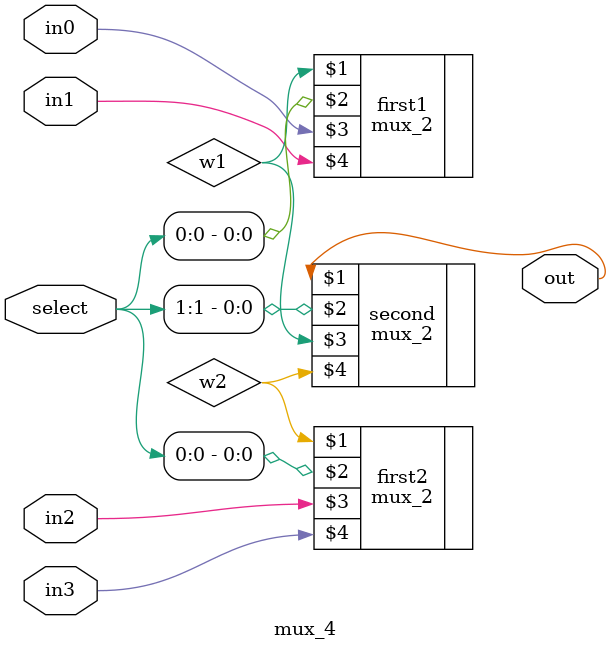
<source format=v>
module mux_4 #(parameter WIDTH=1)(out, select, in0, in1, in2, in3);
    input [1:0] select;
    input [WIDTH-1:0] in0, in1, in2, in3;
    output [WIDTH-1:0] out;

    wire [WIDTH-1:0] w1, w2;
    mux_2 #(WIDTH) first1(w1, select[0], in0, in1);
    mux_2 #(WIDTH) first2(w2, select[0], in2, in3);
    mux_2 #(WIDTH) second(out, select[1], w1, w2);
endmodule
</source>
